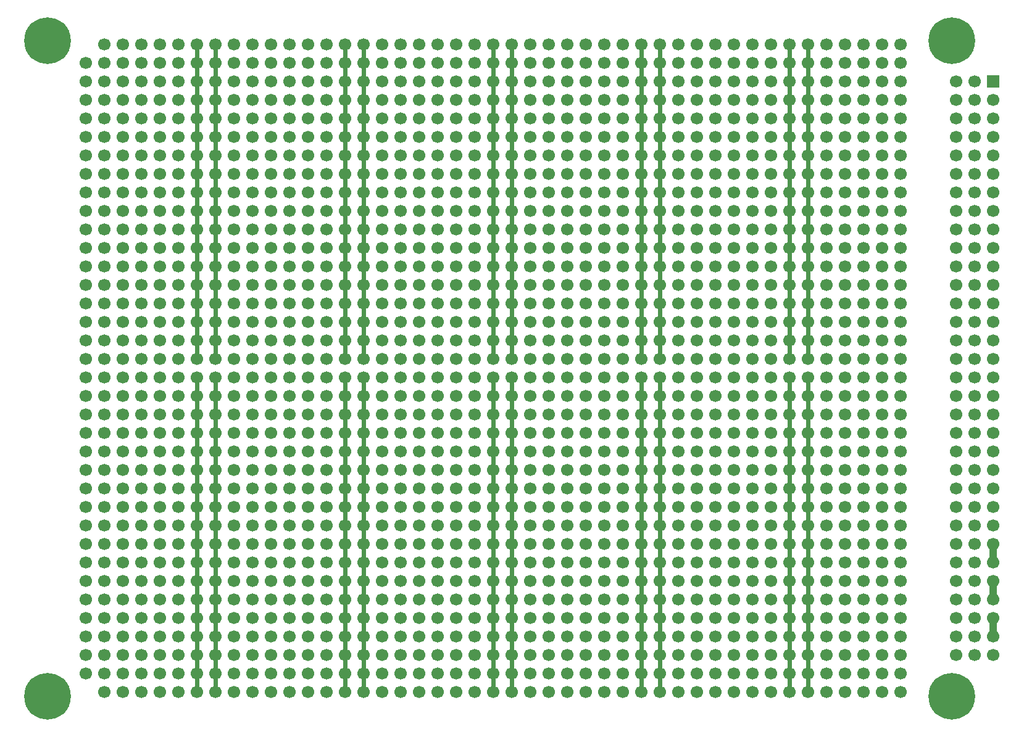
<source format=gbr>
G04 #@! TF.GenerationSoftware,KiCad,Pcbnew,(5.99.0-1588-g7ca069e63)*
G04 #@! TF.CreationDate,2020-05-10T11:49:47-06:00*
G04 #@! TF.ProjectId,module_proto,6d6f6475-6c65-45f7-9072-6f746f2e6b69,rev?*
G04 #@! TF.SameCoordinates,Original*
G04 #@! TF.FileFunction,Copper,L2,Bot*
G04 #@! TF.FilePolarity,Positive*
%FSLAX46Y46*%
G04 Gerber Fmt 4.6, Leading zero omitted, Abs format (unit mm)*
G04 Created by KiCad (PCBNEW (5.99.0-1588-g7ca069e63)) date 2020-05-10 11:49:47*
%MOMM*%
%LPD*%
G01*
G04 APERTURE LIST*
G04 #@! TA.AperFunction,ComponentPad*
%ADD10C,0.800000*%
G04 #@! TD*
G04 #@! TA.AperFunction,ComponentPad*
%ADD11C,6.400000*%
G04 #@! TD*
G04 #@! TA.AperFunction,ComponentPad*
%ADD12C,1.700000*%
G04 #@! TD*
G04 #@! TA.AperFunction,ComponentPad*
%ADD13R,1.700000X1.700000*%
G04 #@! TD*
G04 #@! TA.AperFunction,Conductor*
%ADD14C,1.000000*%
G04 #@! TD*
G04 #@! TA.AperFunction,Conductor*
%ADD15C,0.600000*%
G04 #@! TD*
G04 APERTURE END LIST*
D10*
X240697056Y-123302944D03*
X239000000Y-122600000D03*
X237302944Y-123302944D03*
X236600000Y-125000000D03*
X237302944Y-126697056D03*
X239000000Y-127400000D03*
X240697056Y-126697056D03*
X241400000Y-125000000D03*
D11*
X239000000Y-125000000D03*
X115000000Y-125000000D03*
D10*
X117400000Y-125000000D03*
X116697056Y-126697056D03*
X115000000Y-127400000D03*
X113302944Y-126697056D03*
X112600000Y-125000000D03*
X113302944Y-123302944D03*
X115000000Y-122600000D03*
X116697056Y-123302944D03*
X116697056Y-33302944D03*
X115000000Y-32600000D03*
X113302944Y-33302944D03*
X112600000Y-35000000D03*
X113302944Y-36697056D03*
X115000000Y-37400000D03*
X116697056Y-36697056D03*
X117400000Y-35000000D03*
D11*
X115000000Y-35000000D03*
X239000000Y-35000000D03*
D10*
X241400000Y-35000000D03*
X240697056Y-36697056D03*
X239000000Y-37400000D03*
X237302944Y-36697056D03*
X236600000Y-35000000D03*
X237302944Y-33302944D03*
X239000000Y-32600000D03*
X240697056Y-33302944D03*
D12*
X239620000Y-119370000D03*
X239620000Y-91430000D03*
X239620000Y-68570000D03*
X239620000Y-71110000D03*
X239620000Y-114290000D03*
X239620000Y-109210000D03*
X239620000Y-111750000D03*
X239620000Y-78730000D03*
X239620000Y-81270000D03*
X239620000Y-55870000D03*
X239620000Y-58410000D03*
X239620000Y-60950000D03*
X239620000Y-86350000D03*
X239620000Y-88890000D03*
X239620000Y-99050000D03*
X239620000Y-93970000D03*
X239620000Y-96510000D03*
X239620000Y-63490000D03*
X239620000Y-66030000D03*
X239620000Y-116830000D03*
X239620000Y-83810000D03*
X239620000Y-43170000D03*
X239620000Y-45710000D03*
X239620000Y-48250000D03*
X239620000Y-73650000D03*
X239620000Y-76190000D03*
X239620000Y-40630000D03*
X239620000Y-50790000D03*
X239620000Y-53330000D03*
X239620000Y-106670000D03*
X239620000Y-101590000D03*
X239620000Y-104130000D03*
D13*
X244700000Y-40630000D03*
D12*
X242160000Y-40630000D03*
X244700000Y-43170000D03*
X242160000Y-43170000D03*
X244700000Y-45710000D03*
X242160000Y-45710000D03*
X244700000Y-48250000D03*
X242160000Y-48250000D03*
X244700000Y-50790000D03*
X242160000Y-50790000D03*
X244700000Y-53330000D03*
X242160000Y-53330000D03*
X244700000Y-55870000D03*
X242160000Y-55870000D03*
X244700000Y-58410000D03*
X242160000Y-58410000D03*
X244700000Y-60950000D03*
X242160000Y-60950000D03*
X244700000Y-63490000D03*
X242160000Y-63490000D03*
X244700000Y-66030000D03*
X242160000Y-66030000D03*
X244700000Y-68570000D03*
X242160000Y-68570000D03*
X244700000Y-71110000D03*
X242160000Y-71110000D03*
X244700000Y-73650000D03*
X242160000Y-73650000D03*
X244700000Y-76190000D03*
X242160000Y-76190000D03*
X244700000Y-78730000D03*
X242160000Y-78730000D03*
X244700000Y-81270000D03*
X242160000Y-81270000D03*
X244700000Y-83810000D03*
X242160000Y-83810000D03*
X244700000Y-86350000D03*
X242160000Y-86350000D03*
X244700000Y-88890000D03*
X242160000Y-88890000D03*
X244700000Y-91430000D03*
X242160000Y-91430000D03*
X244700000Y-93970000D03*
X242160000Y-93970000D03*
X244700000Y-96510000D03*
X242160000Y-96510000D03*
X244700000Y-99050000D03*
X242160000Y-99050000D03*
X244700000Y-101590000D03*
X242160000Y-101590000D03*
X244700000Y-104130000D03*
X242160000Y-104130000D03*
X244700000Y-106670000D03*
X242160000Y-106670000D03*
X244700000Y-109210000D03*
X242160000Y-109210000D03*
X244700000Y-111750000D03*
X242160000Y-111750000D03*
X244700000Y-114290000D03*
X242160000Y-114290000D03*
X244700000Y-116830000D03*
X242160000Y-116830000D03*
X244700000Y-119370000D03*
X242160000Y-119370000D03*
X216760000Y-124450000D03*
X196440000Y-124450000D03*
X198980000Y-124450000D03*
X219300000Y-124450000D03*
X178660000Y-124450000D03*
X158340000Y-124450000D03*
X176120000Y-124450000D03*
X135480000Y-124450000D03*
X155800000Y-124450000D03*
X138020000Y-124450000D03*
X219300000Y-121910000D03*
X135480000Y-121910000D03*
X138020000Y-121910000D03*
X198980000Y-121910000D03*
X178660000Y-121910000D03*
X158340000Y-121910000D03*
X196440000Y-121910000D03*
X155800000Y-121910000D03*
X216760000Y-121910000D03*
X176120000Y-121910000D03*
X219300000Y-119370000D03*
X176120000Y-119370000D03*
X196440000Y-119370000D03*
X135480000Y-119370000D03*
X155800000Y-119370000D03*
X158340000Y-119370000D03*
X198980000Y-119370000D03*
X178660000Y-119370000D03*
X138020000Y-119370000D03*
X216760000Y-119370000D03*
X219300000Y-116830000D03*
X138020000Y-116830000D03*
X158340000Y-116830000D03*
X155800000Y-116830000D03*
X178660000Y-116830000D03*
X135480000Y-116830000D03*
X176120000Y-116830000D03*
X196440000Y-116830000D03*
X216760000Y-116830000D03*
X198980000Y-116830000D03*
X176120000Y-114290000D03*
X155800000Y-114290000D03*
X216760000Y-114290000D03*
X178660000Y-114290000D03*
X219300000Y-114290000D03*
X138020000Y-114290000D03*
X135480000Y-114290000D03*
X196440000Y-114290000D03*
X198980000Y-114290000D03*
X158340000Y-114290000D03*
X138020000Y-111750000D03*
X155800000Y-111750000D03*
X176120000Y-111750000D03*
X219300000Y-111750000D03*
X216760000Y-111750000D03*
X135480000Y-111750000D03*
X158340000Y-111750000D03*
X178660000Y-111750000D03*
X196440000Y-111750000D03*
X198980000Y-111750000D03*
X219300000Y-109210000D03*
X135480000Y-109210000D03*
X176120000Y-109210000D03*
X216760000Y-109210000D03*
X138020000Y-109210000D03*
X198980000Y-109210000D03*
X178660000Y-109210000D03*
X196440000Y-109210000D03*
X158340000Y-109210000D03*
X155800000Y-109210000D03*
X155800000Y-106670000D03*
X198980000Y-106670000D03*
X135480000Y-106670000D03*
X216760000Y-106670000D03*
X158340000Y-106670000D03*
X138020000Y-106670000D03*
X196440000Y-106670000D03*
X219300000Y-106670000D03*
X178660000Y-106670000D03*
X176120000Y-106670000D03*
X198980000Y-104130000D03*
X178660000Y-104130000D03*
X135480000Y-104130000D03*
X176120000Y-104130000D03*
X219300000Y-104130000D03*
X196440000Y-104130000D03*
X155800000Y-104130000D03*
X158340000Y-104130000D03*
X138020000Y-104130000D03*
X216760000Y-104130000D03*
X138020000Y-101590000D03*
X176120000Y-101590000D03*
X219300000Y-101590000D03*
X198980000Y-101590000D03*
X158340000Y-101590000D03*
X196440000Y-101590000D03*
X178660000Y-101590000D03*
X216760000Y-101590000D03*
X135480000Y-101590000D03*
X155800000Y-101590000D03*
X216760000Y-99050000D03*
X178660000Y-99050000D03*
X176120000Y-99050000D03*
X135480000Y-99050000D03*
X198980000Y-99050000D03*
X158340000Y-99050000D03*
X138020000Y-99050000D03*
X196440000Y-99050000D03*
X155800000Y-99050000D03*
X219300000Y-99050000D03*
X178660000Y-96510000D03*
X138020000Y-96510000D03*
X216760000Y-96510000D03*
X198980000Y-96510000D03*
X158340000Y-96510000D03*
X155800000Y-96510000D03*
X219300000Y-96510000D03*
X196440000Y-96510000D03*
X135480000Y-96510000D03*
X176120000Y-96510000D03*
X178660000Y-93970000D03*
X158340000Y-93970000D03*
X176120000Y-93970000D03*
X138020000Y-93970000D03*
X219300000Y-93970000D03*
X198980000Y-93970000D03*
X216760000Y-93970000D03*
X135480000Y-93970000D03*
X155800000Y-93970000D03*
X196440000Y-93970000D03*
X158340000Y-91430000D03*
X135480000Y-91430000D03*
X155800000Y-91430000D03*
X138020000Y-91430000D03*
X198980000Y-91430000D03*
X196440000Y-91430000D03*
X176120000Y-91430000D03*
X178660000Y-91430000D03*
X219300000Y-91430000D03*
X216760000Y-91430000D03*
X216760000Y-88890000D03*
X158340000Y-88890000D03*
X138020000Y-88890000D03*
X196440000Y-88890000D03*
X135480000Y-88890000D03*
X176120000Y-88890000D03*
X198980000Y-88890000D03*
X219300000Y-88890000D03*
X178660000Y-88890000D03*
X155800000Y-88890000D03*
X158340000Y-86350000D03*
X138020000Y-86350000D03*
X178660000Y-86350000D03*
X196440000Y-86350000D03*
X219300000Y-86350000D03*
X135480000Y-86350000D03*
X155800000Y-86350000D03*
X198980000Y-86350000D03*
X216760000Y-86350000D03*
X176120000Y-86350000D03*
X219300000Y-83810000D03*
X216760000Y-83810000D03*
X198980000Y-83810000D03*
X196440000Y-83810000D03*
X178660000Y-83810000D03*
X176120000Y-83810000D03*
X158340000Y-83810000D03*
X155800000Y-83810000D03*
X135480000Y-83810000D03*
X138020000Y-83810000D03*
X176120000Y-35550000D03*
X155800000Y-35550000D03*
X178660000Y-35550000D03*
X135480000Y-35550000D03*
X198980000Y-35550000D03*
X138020000Y-35550000D03*
X196440000Y-35550000D03*
X158340000Y-35550000D03*
X176120000Y-38090000D03*
X135480000Y-38090000D03*
X155800000Y-38090000D03*
X158340000Y-38090000D03*
X178660000Y-38090000D03*
X198980000Y-38090000D03*
X138020000Y-38090000D03*
X196440000Y-38090000D03*
X155800000Y-40630000D03*
X196440000Y-40630000D03*
X178660000Y-40630000D03*
X198980000Y-40630000D03*
X158340000Y-40630000D03*
X176120000Y-40630000D03*
X138020000Y-40630000D03*
X135480000Y-40630000D03*
X196440000Y-43170000D03*
X176120000Y-43170000D03*
X178660000Y-43170000D03*
X135480000Y-43170000D03*
X198980000Y-43170000D03*
X138020000Y-43170000D03*
X158340000Y-43170000D03*
X155800000Y-43170000D03*
X155800000Y-45710000D03*
X176120000Y-45710000D03*
X158340000Y-45710000D03*
X198980000Y-45710000D03*
X135480000Y-45710000D03*
X178660000Y-45710000D03*
X196440000Y-45710000D03*
X138020000Y-45710000D03*
X198980000Y-48250000D03*
X158340000Y-48250000D03*
X178660000Y-48250000D03*
X196440000Y-48250000D03*
X135480000Y-48250000D03*
X138020000Y-48250000D03*
X176120000Y-48250000D03*
X155800000Y-48250000D03*
X176120000Y-50790000D03*
X196440000Y-50790000D03*
X178660000Y-50790000D03*
X138020000Y-50790000D03*
X155800000Y-50790000D03*
X135480000Y-50790000D03*
X158340000Y-50790000D03*
X198980000Y-50790000D03*
X135480000Y-53330000D03*
X158340000Y-53330000D03*
X138020000Y-53330000D03*
X176120000Y-53330000D03*
X196440000Y-53330000D03*
X198980000Y-53330000D03*
X178660000Y-53330000D03*
X155800000Y-53330000D03*
X178660000Y-55870000D03*
X198980000Y-55870000D03*
X138020000Y-55870000D03*
X158340000Y-55870000D03*
X196440000Y-55870000D03*
X176120000Y-55870000D03*
X135480000Y-55870000D03*
X155800000Y-55870000D03*
X178660000Y-58410000D03*
X196440000Y-58410000D03*
X155800000Y-58410000D03*
X176120000Y-58410000D03*
X138020000Y-58410000D03*
X158340000Y-58410000D03*
X135480000Y-58410000D03*
X198980000Y-58410000D03*
X196440000Y-60950000D03*
X135480000Y-60950000D03*
X176120000Y-60950000D03*
X198980000Y-60950000D03*
X138020000Y-60950000D03*
X178660000Y-60950000D03*
X155800000Y-60950000D03*
X158340000Y-60950000D03*
X178660000Y-63490000D03*
X158340000Y-63490000D03*
X135480000Y-63490000D03*
X155800000Y-63490000D03*
X176120000Y-63490000D03*
X138020000Y-63490000D03*
X198980000Y-63490000D03*
X196440000Y-63490000D03*
X155800000Y-66030000D03*
X198980000Y-66030000D03*
X178660000Y-66030000D03*
X135480000Y-66030000D03*
X138020000Y-66030000D03*
X196440000Y-66030000D03*
X158340000Y-66030000D03*
X176120000Y-66030000D03*
X135480000Y-68570000D03*
X196440000Y-68570000D03*
X155800000Y-68570000D03*
X176120000Y-68570000D03*
X138020000Y-68570000D03*
X158340000Y-68570000D03*
X178660000Y-68570000D03*
X198980000Y-68570000D03*
X158340000Y-71110000D03*
X196440000Y-71110000D03*
X176120000Y-71110000D03*
X138020000Y-71110000D03*
X155800000Y-71110000D03*
X198980000Y-71110000D03*
X135480000Y-71110000D03*
X178660000Y-71110000D03*
X155800000Y-73650000D03*
X158340000Y-73650000D03*
X198980000Y-73650000D03*
X135480000Y-73650000D03*
X138020000Y-73650000D03*
X196440000Y-73650000D03*
X178660000Y-73650000D03*
X176120000Y-73650000D03*
X198980000Y-76190000D03*
X196440000Y-76190000D03*
X178660000Y-76190000D03*
X176120000Y-76190000D03*
X158340000Y-76190000D03*
X155800000Y-76190000D03*
X135480000Y-76190000D03*
X138020000Y-76190000D03*
X216760000Y-35550000D03*
X216760000Y-38090000D03*
X216760000Y-55870000D03*
X216760000Y-48250000D03*
X216760000Y-50790000D03*
X216760000Y-58410000D03*
X216760000Y-45710000D03*
X216760000Y-53330000D03*
X216760000Y-43170000D03*
X216760000Y-40630000D03*
X216760000Y-66030000D03*
X216760000Y-60950000D03*
X216760000Y-68570000D03*
X216760000Y-63490000D03*
X216760000Y-71110000D03*
X216760000Y-73650000D03*
X216760000Y-76190000D03*
X219300000Y-38090000D03*
X219300000Y-35550000D03*
X219300000Y-43170000D03*
X219300000Y-45710000D03*
X219300000Y-58410000D03*
X219300000Y-40630000D03*
X219300000Y-48250000D03*
X219300000Y-50790000D03*
X219300000Y-55870000D03*
X219300000Y-53330000D03*
X219300000Y-68570000D03*
X219300000Y-60950000D03*
X219300000Y-66030000D03*
X219300000Y-63490000D03*
X219300000Y-73650000D03*
X219300000Y-71110000D03*
X219300000Y-76190000D03*
X120240000Y-88890000D03*
X120240000Y-40630000D03*
X120240000Y-78730000D03*
X122780000Y-83810000D03*
X120240000Y-60950000D03*
X122780000Y-40630000D03*
X122780000Y-58410000D03*
X122780000Y-45710000D03*
X122780000Y-35550000D03*
X122780000Y-66030000D03*
X120240000Y-101590000D03*
X120240000Y-58410000D03*
X122780000Y-55870000D03*
X120240000Y-99050000D03*
X122780000Y-101590000D03*
X122780000Y-106670000D03*
X120240000Y-116830000D03*
X122780000Y-78730000D03*
X120240000Y-66030000D03*
X122780000Y-48250000D03*
X120240000Y-81270000D03*
X122780000Y-53330000D03*
X122780000Y-71110000D03*
X122780000Y-50790000D03*
X120240000Y-111750000D03*
X120240000Y-55870000D03*
X122780000Y-68570000D03*
X122780000Y-119370000D03*
X120240000Y-43170000D03*
X120240000Y-48250000D03*
X122780000Y-116830000D03*
X122780000Y-38090000D03*
X122780000Y-96510000D03*
X120240000Y-53330000D03*
X120240000Y-86350000D03*
X120240000Y-104130000D03*
X120240000Y-68570000D03*
X120240000Y-96510000D03*
X120240000Y-38090000D03*
X120240000Y-83810000D03*
X120240000Y-93970000D03*
X122780000Y-121910000D03*
X122780000Y-91430000D03*
X122780000Y-86350000D03*
X120240000Y-114290000D03*
X120240000Y-63490000D03*
X120240000Y-91430000D03*
X120240000Y-50790000D03*
X122780000Y-109210000D03*
X122780000Y-76190000D03*
X120240000Y-106670000D03*
X122780000Y-124450000D03*
X122780000Y-43170000D03*
X120240000Y-76190000D03*
X122780000Y-104130000D03*
X122780000Y-60950000D03*
X122780000Y-88890000D03*
X122780000Y-73650000D03*
X120240000Y-109210000D03*
X122780000Y-93970000D03*
X122780000Y-114290000D03*
X120240000Y-121910000D03*
X122780000Y-81270000D03*
X120240000Y-73650000D03*
X122780000Y-111750000D03*
X122780000Y-63490000D03*
X120240000Y-45710000D03*
X120240000Y-71110000D03*
X120240000Y-119370000D03*
X122780000Y-99050000D03*
X125320000Y-53330000D03*
X125320000Y-86350000D03*
X125320000Y-104130000D03*
X125320000Y-68570000D03*
X125320000Y-96510000D03*
X125320000Y-38090000D03*
X125320000Y-83810000D03*
X125320000Y-93970000D03*
X127860000Y-121910000D03*
X127860000Y-91430000D03*
X127860000Y-86350000D03*
X125320000Y-114290000D03*
X125320000Y-63490000D03*
X125320000Y-91430000D03*
X125320000Y-50790000D03*
X127860000Y-109210000D03*
X127860000Y-76190000D03*
X125320000Y-106670000D03*
X127860000Y-124450000D03*
X127860000Y-43170000D03*
X125320000Y-76190000D03*
X127860000Y-104130000D03*
X127860000Y-60950000D03*
X127860000Y-88890000D03*
X127860000Y-73650000D03*
X125320000Y-109210000D03*
X127860000Y-93970000D03*
X127860000Y-114290000D03*
X125320000Y-121910000D03*
X127860000Y-81270000D03*
X125320000Y-73650000D03*
X130400000Y-53330000D03*
X130400000Y-86350000D03*
X127860000Y-111750000D03*
X127860000Y-63490000D03*
X130400000Y-104130000D03*
X125320000Y-45710000D03*
X130400000Y-68570000D03*
X125320000Y-71110000D03*
X125320000Y-124450000D03*
X125320000Y-119370000D03*
X130400000Y-96510000D03*
X130400000Y-38090000D03*
X127860000Y-55870000D03*
X125320000Y-99050000D03*
X130400000Y-111750000D03*
X130400000Y-83810000D03*
X127860000Y-101590000D03*
X127860000Y-106670000D03*
X125320000Y-116830000D03*
X127860000Y-78730000D03*
X130400000Y-93970000D03*
X125320000Y-66030000D03*
X127860000Y-48250000D03*
X125320000Y-81270000D03*
X127860000Y-53330000D03*
X132940000Y-121910000D03*
X132940000Y-91430000D03*
X127860000Y-71110000D03*
X132940000Y-86350000D03*
X132940000Y-99050000D03*
X130400000Y-50790000D03*
X132940000Y-109210000D03*
X132940000Y-76190000D03*
X130400000Y-106670000D03*
X132940000Y-124450000D03*
X132940000Y-43170000D03*
X130400000Y-76190000D03*
X132940000Y-104130000D03*
X132940000Y-60950000D03*
X132940000Y-88890000D03*
X132940000Y-73650000D03*
X130400000Y-109210000D03*
X132940000Y-93970000D03*
X132940000Y-114290000D03*
X130400000Y-121910000D03*
X127860000Y-50790000D03*
X130400000Y-101590000D03*
X130400000Y-58410000D03*
X132940000Y-81270000D03*
X130400000Y-73650000D03*
X130400000Y-66030000D03*
X132940000Y-48250000D03*
X130400000Y-81270000D03*
X132940000Y-53330000D03*
X125320000Y-111750000D03*
X132940000Y-106670000D03*
X130400000Y-116830000D03*
X130400000Y-119370000D03*
X132940000Y-68570000D03*
X132940000Y-119370000D03*
X132940000Y-55870000D03*
X130400000Y-99050000D03*
X130400000Y-78730000D03*
X132940000Y-101590000D03*
X130400000Y-71110000D03*
X125320000Y-35550000D03*
X130400000Y-124450000D03*
X125320000Y-55870000D03*
X127860000Y-68570000D03*
X127860000Y-119370000D03*
X125320000Y-43170000D03*
X125320000Y-48250000D03*
X130400000Y-43170000D03*
X130400000Y-48250000D03*
X130400000Y-45710000D03*
X132940000Y-50790000D03*
X132940000Y-78730000D03*
X132940000Y-58410000D03*
X125320000Y-88890000D03*
X130400000Y-40630000D03*
X132940000Y-63490000D03*
X125320000Y-40630000D03*
X125320000Y-78730000D03*
X127860000Y-83810000D03*
X130400000Y-55870000D03*
X125320000Y-60950000D03*
X130400000Y-35550000D03*
X127860000Y-40630000D03*
X130400000Y-88890000D03*
X130400000Y-60950000D03*
X132940000Y-83810000D03*
X127860000Y-58410000D03*
X132940000Y-40630000D03*
X127860000Y-45710000D03*
X127860000Y-35550000D03*
X132940000Y-71110000D03*
X132940000Y-116830000D03*
X132940000Y-96510000D03*
X132940000Y-66030000D03*
X127860000Y-116830000D03*
X132940000Y-111750000D03*
X127860000Y-38090000D03*
X132940000Y-38090000D03*
X127860000Y-99050000D03*
X125320000Y-101590000D03*
X125320000Y-58410000D03*
X132940000Y-35550000D03*
X127860000Y-66030000D03*
X132940000Y-45710000D03*
X127860000Y-96510000D03*
X130400000Y-114290000D03*
X130400000Y-63490000D03*
X130400000Y-91430000D03*
X138020000Y-78730000D03*
X138020000Y-81270000D03*
X135480000Y-78730000D03*
X140560000Y-53330000D03*
X140560000Y-86350000D03*
X140560000Y-104130000D03*
X140560000Y-68570000D03*
X140560000Y-96510000D03*
X140560000Y-38090000D03*
X140560000Y-111750000D03*
X140560000Y-83810000D03*
X140560000Y-93970000D03*
X135480000Y-81270000D03*
X143100000Y-121910000D03*
X143100000Y-91430000D03*
X143100000Y-86350000D03*
X143100000Y-99050000D03*
X140560000Y-50790000D03*
X143100000Y-109210000D03*
X143100000Y-76190000D03*
X140560000Y-106670000D03*
X143100000Y-124450000D03*
X143100000Y-43170000D03*
X140560000Y-76190000D03*
X143100000Y-104130000D03*
X143100000Y-60950000D03*
X143100000Y-88890000D03*
X143100000Y-73650000D03*
X140560000Y-109210000D03*
X143100000Y-93970000D03*
X143100000Y-114290000D03*
X140560000Y-121910000D03*
X140560000Y-101590000D03*
X140560000Y-58410000D03*
X143100000Y-81270000D03*
X140560000Y-73650000D03*
X140560000Y-66030000D03*
X143100000Y-48250000D03*
X140560000Y-81270000D03*
X143100000Y-53330000D03*
X143100000Y-106670000D03*
X140560000Y-116830000D03*
X140560000Y-119370000D03*
X143100000Y-68570000D03*
X143100000Y-119370000D03*
X143100000Y-55870000D03*
X140560000Y-99050000D03*
X140560000Y-78730000D03*
X143100000Y-101590000D03*
X140560000Y-71110000D03*
X140560000Y-124450000D03*
X140560000Y-43170000D03*
X140560000Y-48250000D03*
X140560000Y-45710000D03*
X143100000Y-50790000D03*
X143100000Y-78730000D03*
X143100000Y-58410000D03*
X140560000Y-40630000D03*
X143100000Y-63490000D03*
X140560000Y-55870000D03*
X140560000Y-35550000D03*
X140560000Y-88890000D03*
X140560000Y-60950000D03*
X143100000Y-83810000D03*
X143100000Y-40630000D03*
X143100000Y-71110000D03*
X143100000Y-116830000D03*
X143100000Y-96510000D03*
X143100000Y-66030000D03*
X143100000Y-111750000D03*
X143100000Y-38090000D03*
X145640000Y-53330000D03*
X145640000Y-86350000D03*
X145640000Y-104130000D03*
X145640000Y-68570000D03*
X145640000Y-96510000D03*
X145640000Y-38090000D03*
X145640000Y-83810000D03*
X145640000Y-93970000D03*
X148180000Y-121910000D03*
X148180000Y-91430000D03*
X148180000Y-86350000D03*
X145640000Y-114290000D03*
X145640000Y-63490000D03*
X145640000Y-91430000D03*
X148180000Y-99050000D03*
X145640000Y-50790000D03*
X148180000Y-109210000D03*
X148180000Y-76190000D03*
X145640000Y-106670000D03*
X148180000Y-124450000D03*
X148180000Y-43170000D03*
X145640000Y-76190000D03*
X148180000Y-104130000D03*
X148180000Y-60950000D03*
X148180000Y-88890000D03*
X148180000Y-73650000D03*
X145640000Y-109210000D03*
X148180000Y-93970000D03*
X148180000Y-114290000D03*
X145640000Y-121910000D03*
X145640000Y-101590000D03*
X145640000Y-58410000D03*
X148180000Y-81270000D03*
X145640000Y-73650000D03*
X150720000Y-53330000D03*
X150720000Y-86350000D03*
X148180000Y-111750000D03*
X148180000Y-63490000D03*
X150720000Y-104130000D03*
X145640000Y-45710000D03*
X150720000Y-68570000D03*
X145640000Y-71110000D03*
X145640000Y-124450000D03*
X145640000Y-119370000D03*
X150720000Y-96510000D03*
X150720000Y-38090000D03*
X148180000Y-55870000D03*
X145640000Y-99050000D03*
X150720000Y-111750000D03*
X150720000Y-83810000D03*
X148180000Y-101590000D03*
X148180000Y-106670000D03*
X145640000Y-116830000D03*
X148180000Y-78730000D03*
X143100000Y-35550000D03*
X145640000Y-111750000D03*
X145640000Y-55870000D03*
X148180000Y-71110000D03*
X148180000Y-53330000D03*
X145640000Y-81270000D03*
X150720000Y-114290000D03*
X150720000Y-93970000D03*
X145640000Y-66030000D03*
X148180000Y-48250000D03*
X148180000Y-68570000D03*
X148180000Y-66030000D03*
X145640000Y-48250000D03*
X148180000Y-35550000D03*
X148180000Y-40630000D03*
X150720000Y-106670000D03*
X148180000Y-50790000D03*
X145640000Y-43170000D03*
X145640000Y-60950000D03*
X145640000Y-88890000D03*
X150720000Y-50790000D03*
X148180000Y-45710000D03*
X150720000Y-45710000D03*
X150720000Y-91430000D03*
X145640000Y-40630000D03*
X150720000Y-71110000D03*
X148180000Y-38090000D03*
X150720000Y-109210000D03*
X143100000Y-45710000D03*
X150720000Y-55870000D03*
X150720000Y-121910000D03*
X150720000Y-101590000D03*
X150720000Y-40630000D03*
X150720000Y-76190000D03*
X150720000Y-48250000D03*
X150720000Y-73650000D03*
X150720000Y-63490000D03*
X150720000Y-58410000D03*
X148180000Y-96510000D03*
X150720000Y-60950000D03*
X150720000Y-116830000D03*
X148180000Y-83810000D03*
X150720000Y-35550000D03*
X150720000Y-88890000D03*
X150720000Y-43170000D03*
X150720000Y-66030000D03*
X150720000Y-124450000D03*
X148180000Y-58410000D03*
X148180000Y-116830000D03*
X148180000Y-119370000D03*
X150720000Y-119370000D03*
X150720000Y-99050000D03*
X145640000Y-35550000D03*
X145640000Y-78730000D03*
X150720000Y-78730000D03*
X150720000Y-81270000D03*
X140560000Y-114290000D03*
X140560000Y-63490000D03*
X140560000Y-91430000D03*
X153260000Y-53330000D03*
X153260000Y-86350000D03*
X153260000Y-104130000D03*
X153260000Y-68570000D03*
X153260000Y-96510000D03*
X153260000Y-38090000D03*
X153260000Y-83810000D03*
X153260000Y-93970000D03*
X153260000Y-114290000D03*
X153260000Y-63490000D03*
X153260000Y-91430000D03*
X153260000Y-50790000D03*
X155800000Y-78730000D03*
X153260000Y-106670000D03*
X153260000Y-76190000D03*
X153260000Y-109210000D03*
X153260000Y-121910000D03*
X155800000Y-81270000D03*
X153260000Y-73650000D03*
X153260000Y-45710000D03*
X153260000Y-71110000D03*
X153260000Y-124450000D03*
X153260000Y-119370000D03*
X153260000Y-99050000D03*
X153260000Y-116830000D03*
X153260000Y-66030000D03*
X153260000Y-81270000D03*
X160880000Y-121910000D03*
X160880000Y-91430000D03*
X160880000Y-86350000D03*
X160880000Y-99050000D03*
X160880000Y-109210000D03*
X160880000Y-76190000D03*
X160880000Y-124450000D03*
X160880000Y-43170000D03*
X158340000Y-78730000D03*
X160880000Y-104130000D03*
X160880000Y-60950000D03*
X160880000Y-88890000D03*
X160880000Y-73650000D03*
X160880000Y-93970000D03*
X160880000Y-114290000D03*
X160880000Y-81270000D03*
X160880000Y-48250000D03*
X158340000Y-81270000D03*
X160880000Y-53330000D03*
X153260000Y-111750000D03*
X160880000Y-106670000D03*
X160880000Y-68570000D03*
X160880000Y-119370000D03*
X160880000Y-55870000D03*
X160880000Y-101590000D03*
X153260000Y-35550000D03*
X153260000Y-55870000D03*
X153260000Y-43170000D03*
X153260000Y-48250000D03*
X160880000Y-50790000D03*
X160880000Y-78730000D03*
X160880000Y-58410000D03*
X153260000Y-88890000D03*
X160880000Y-63490000D03*
X153260000Y-40630000D03*
X153260000Y-78730000D03*
X153260000Y-60950000D03*
X160880000Y-83810000D03*
X160880000Y-40630000D03*
X160880000Y-71110000D03*
X160880000Y-116830000D03*
X160880000Y-96510000D03*
X160880000Y-66030000D03*
X160880000Y-111750000D03*
X160880000Y-38090000D03*
X163420000Y-53330000D03*
X163420000Y-86350000D03*
X163420000Y-104130000D03*
X163420000Y-68570000D03*
X163420000Y-96510000D03*
X163420000Y-38090000D03*
X163420000Y-83810000D03*
X163420000Y-93970000D03*
X165960000Y-121910000D03*
X165960000Y-91430000D03*
X165960000Y-86350000D03*
X163420000Y-114290000D03*
X163420000Y-63490000D03*
X163420000Y-91430000D03*
X165960000Y-99050000D03*
X163420000Y-50790000D03*
X165960000Y-109210000D03*
X165960000Y-76190000D03*
X163420000Y-106670000D03*
X165960000Y-124450000D03*
X165960000Y-43170000D03*
X163420000Y-76190000D03*
X165960000Y-104130000D03*
X165960000Y-60950000D03*
X165960000Y-88890000D03*
X165960000Y-73650000D03*
X163420000Y-109210000D03*
X165960000Y-93970000D03*
X165960000Y-114290000D03*
X163420000Y-121910000D03*
X163420000Y-101590000D03*
X163420000Y-58410000D03*
X165960000Y-81270000D03*
X163420000Y-73650000D03*
X168500000Y-53330000D03*
X168500000Y-86350000D03*
X165960000Y-111750000D03*
X165960000Y-63490000D03*
X168500000Y-104130000D03*
X163420000Y-45710000D03*
X168500000Y-68570000D03*
X163420000Y-71110000D03*
X163420000Y-124450000D03*
X163420000Y-119370000D03*
X168500000Y-96510000D03*
X168500000Y-38090000D03*
X165960000Y-55870000D03*
X163420000Y-99050000D03*
X168500000Y-111750000D03*
X168500000Y-83810000D03*
X165960000Y-101590000D03*
X165960000Y-106670000D03*
X163420000Y-116830000D03*
X165960000Y-78730000D03*
X173580000Y-53330000D03*
X173580000Y-86350000D03*
X173580000Y-104130000D03*
X173580000Y-68570000D03*
X173580000Y-96510000D03*
X173580000Y-38090000D03*
X173580000Y-83810000D03*
X173580000Y-93970000D03*
X173580000Y-114290000D03*
X173580000Y-63490000D03*
X173580000Y-91430000D03*
X153260000Y-101590000D03*
X153260000Y-58410000D03*
X173580000Y-50790000D03*
X173580000Y-106670000D03*
X173580000Y-76190000D03*
X173580000Y-109210000D03*
X173580000Y-121910000D03*
X173580000Y-101590000D03*
X173580000Y-58410000D03*
X176120000Y-81270000D03*
X173580000Y-73650000D03*
X173580000Y-45710000D03*
X173580000Y-71110000D03*
X173580000Y-124450000D03*
X173580000Y-119370000D03*
X173580000Y-99050000D03*
X173580000Y-116830000D03*
X176120000Y-78730000D03*
X173580000Y-66030000D03*
X173580000Y-81270000D03*
X181200000Y-121910000D03*
X181200000Y-91430000D03*
X181200000Y-86350000D03*
X181200000Y-99050000D03*
X181200000Y-109210000D03*
X181200000Y-76190000D03*
X181200000Y-124450000D03*
X181200000Y-43170000D03*
X181200000Y-104130000D03*
X181200000Y-60950000D03*
X181200000Y-88890000D03*
X181200000Y-73650000D03*
X181200000Y-93970000D03*
X181200000Y-114290000D03*
X181200000Y-81270000D03*
X181200000Y-48250000D03*
X178660000Y-81270000D03*
X181200000Y-53330000D03*
X173580000Y-111750000D03*
X181200000Y-106670000D03*
X181200000Y-68570000D03*
X181200000Y-119370000D03*
X181200000Y-55870000D03*
X178660000Y-78730000D03*
X181200000Y-101590000D03*
X173580000Y-35550000D03*
X173580000Y-55870000D03*
X173580000Y-43170000D03*
X173580000Y-48250000D03*
X181200000Y-50790000D03*
X181200000Y-78730000D03*
X181200000Y-58410000D03*
X173580000Y-88890000D03*
X181200000Y-63490000D03*
X173580000Y-40630000D03*
X173580000Y-78730000D03*
X173580000Y-60950000D03*
X181200000Y-83810000D03*
X181200000Y-40630000D03*
X181200000Y-71110000D03*
X181200000Y-116830000D03*
X181200000Y-96510000D03*
X181200000Y-66030000D03*
X181200000Y-111750000D03*
X181200000Y-38090000D03*
X183740000Y-53330000D03*
X183740000Y-86350000D03*
X183740000Y-104130000D03*
X183740000Y-68570000D03*
X183740000Y-96510000D03*
X183740000Y-38090000D03*
X183740000Y-83810000D03*
X183740000Y-93970000D03*
X186280000Y-121910000D03*
X186280000Y-91430000D03*
X186280000Y-86350000D03*
X183740000Y-114290000D03*
X183740000Y-63490000D03*
X183740000Y-91430000D03*
X186280000Y-99050000D03*
X183740000Y-50790000D03*
X186280000Y-109210000D03*
X186280000Y-76190000D03*
X183740000Y-106670000D03*
X186280000Y-124450000D03*
X186280000Y-43170000D03*
X183740000Y-76190000D03*
X186280000Y-104130000D03*
X186280000Y-60950000D03*
X186280000Y-88890000D03*
X186280000Y-73650000D03*
X183740000Y-109210000D03*
X186280000Y-93970000D03*
X186280000Y-114290000D03*
X183740000Y-121910000D03*
X183740000Y-101590000D03*
X183740000Y-58410000D03*
X186280000Y-81270000D03*
X183740000Y-73650000D03*
X171040000Y-99050000D03*
X160880000Y-35550000D03*
X163420000Y-111750000D03*
X171040000Y-58410000D03*
X163420000Y-55870000D03*
X165960000Y-71110000D03*
X165960000Y-53330000D03*
X171040000Y-121910000D03*
X163420000Y-81270000D03*
X171040000Y-86350000D03*
X168500000Y-114290000D03*
X168500000Y-93970000D03*
X163420000Y-66030000D03*
X165960000Y-48250000D03*
X171040000Y-63490000D03*
X171040000Y-50790000D03*
X171040000Y-91430000D03*
X171040000Y-38090000D03*
X165960000Y-68570000D03*
X188820000Y-53330000D03*
X188820000Y-86350000D03*
X186280000Y-111750000D03*
X186280000Y-63490000D03*
X188820000Y-104130000D03*
X183740000Y-45710000D03*
X188820000Y-68570000D03*
X183740000Y-71110000D03*
X183740000Y-124450000D03*
X183740000Y-119370000D03*
X188820000Y-96510000D03*
X188820000Y-38090000D03*
X186280000Y-55870000D03*
X183740000Y-99050000D03*
X188820000Y-111750000D03*
X188820000Y-83810000D03*
X186280000Y-101590000D03*
X186280000Y-106670000D03*
X183740000Y-116830000D03*
X186280000Y-78730000D03*
X188820000Y-93970000D03*
X183740000Y-66030000D03*
X186280000Y-48250000D03*
X183740000Y-81270000D03*
X186280000Y-53330000D03*
X191360000Y-121910000D03*
X191360000Y-91430000D03*
X186280000Y-71110000D03*
X191360000Y-86350000D03*
X188820000Y-114290000D03*
X188820000Y-63490000D03*
X188820000Y-91430000D03*
X191360000Y-99050000D03*
X188820000Y-50790000D03*
X191360000Y-109210000D03*
X191360000Y-76190000D03*
X188820000Y-106670000D03*
X191360000Y-124450000D03*
X165960000Y-66030000D03*
X191360000Y-43170000D03*
X188820000Y-76190000D03*
X191360000Y-104130000D03*
X191360000Y-60950000D03*
X191360000Y-88890000D03*
X191360000Y-73650000D03*
X163420000Y-48250000D03*
X188820000Y-109210000D03*
X191360000Y-93970000D03*
X191360000Y-114290000D03*
X188820000Y-121910000D03*
X186280000Y-50790000D03*
X188820000Y-101590000D03*
X188820000Y-58410000D03*
X191360000Y-81270000D03*
X188820000Y-73650000D03*
X188820000Y-66030000D03*
X171040000Y-73650000D03*
X191360000Y-48250000D03*
X188820000Y-81270000D03*
X191360000Y-53330000D03*
X171040000Y-119370000D03*
X183740000Y-111750000D03*
X191360000Y-106670000D03*
X188820000Y-116830000D03*
X188820000Y-119370000D03*
X191360000Y-68570000D03*
X165960000Y-35550000D03*
X191360000Y-119370000D03*
X191360000Y-55870000D03*
X188820000Y-99050000D03*
X188820000Y-78730000D03*
X191360000Y-101590000D03*
X165960000Y-40630000D03*
X188820000Y-71110000D03*
X183740000Y-35550000D03*
X168500000Y-106670000D03*
X188820000Y-124450000D03*
X183740000Y-55870000D03*
X186280000Y-68570000D03*
X186280000Y-119370000D03*
X183740000Y-43170000D03*
X183740000Y-48250000D03*
X188820000Y-43170000D03*
X188820000Y-48250000D03*
X188820000Y-45710000D03*
X191360000Y-50790000D03*
X191360000Y-78730000D03*
X191360000Y-58410000D03*
X165960000Y-50790000D03*
X183740000Y-88890000D03*
X188820000Y-40630000D03*
X191360000Y-63490000D03*
X183740000Y-40630000D03*
X183740000Y-78730000D03*
X186280000Y-83810000D03*
X188820000Y-55870000D03*
X163420000Y-43170000D03*
X183740000Y-60950000D03*
X188820000Y-35550000D03*
X163420000Y-60950000D03*
X163420000Y-88890000D03*
X186280000Y-40630000D03*
X181200000Y-45710000D03*
X181200000Y-35550000D03*
X188820000Y-88890000D03*
X171040000Y-106670000D03*
X171040000Y-76190000D03*
X168500000Y-50790000D03*
X171040000Y-93970000D03*
X165960000Y-45710000D03*
X171040000Y-40630000D03*
X168500000Y-45710000D03*
X188820000Y-60950000D03*
X191360000Y-83810000D03*
X186280000Y-58410000D03*
X168500000Y-91430000D03*
X163420000Y-40630000D03*
X168500000Y-71110000D03*
X191360000Y-40630000D03*
X171040000Y-71110000D03*
X165960000Y-38090000D03*
X168500000Y-109210000D03*
X160880000Y-45710000D03*
X171040000Y-101590000D03*
X168500000Y-55870000D03*
X171040000Y-114290000D03*
X168500000Y-121910000D03*
X168500000Y-101590000D03*
X171040000Y-60950000D03*
X168500000Y-40630000D03*
X168500000Y-76190000D03*
X168500000Y-48250000D03*
X168500000Y-73650000D03*
X171040000Y-43170000D03*
X171040000Y-124450000D03*
X168500000Y-63490000D03*
X186280000Y-45710000D03*
X168500000Y-58410000D03*
X165960000Y-96510000D03*
X168500000Y-60950000D03*
X171040000Y-104130000D03*
X186280000Y-35550000D03*
X168500000Y-116830000D03*
X165960000Y-83810000D03*
X171040000Y-109210000D03*
X191360000Y-71110000D03*
X191360000Y-116830000D03*
X191360000Y-96510000D03*
X191360000Y-66030000D03*
X168500000Y-35550000D03*
X171040000Y-35550000D03*
X186280000Y-116830000D03*
X171040000Y-83810000D03*
X191360000Y-111750000D03*
X168500000Y-88890000D03*
X171040000Y-78730000D03*
X171040000Y-55870000D03*
X171040000Y-81270000D03*
X171040000Y-66030000D03*
X171040000Y-68570000D03*
X191360000Y-45710000D03*
X191360000Y-35550000D03*
X168500000Y-43170000D03*
X171040000Y-53330000D03*
X168500000Y-66030000D03*
X171040000Y-116830000D03*
X171040000Y-48250000D03*
X168500000Y-124450000D03*
X165960000Y-58410000D03*
X165960000Y-116830000D03*
X186280000Y-66030000D03*
X165960000Y-119370000D03*
X171040000Y-111750000D03*
X186280000Y-96510000D03*
X168500000Y-119370000D03*
X171040000Y-96510000D03*
X186280000Y-38090000D03*
X191360000Y-38090000D03*
X168500000Y-99050000D03*
X171040000Y-88890000D03*
X163420000Y-35550000D03*
X163420000Y-78730000D03*
X168500000Y-78730000D03*
X171040000Y-45710000D03*
X168500000Y-81270000D03*
X193900000Y-53330000D03*
X193900000Y-86350000D03*
X193900000Y-104130000D03*
X193900000Y-68570000D03*
X193900000Y-96510000D03*
X193900000Y-38090000D03*
X193900000Y-83810000D03*
X193900000Y-93970000D03*
X193900000Y-114290000D03*
X193900000Y-63490000D03*
X193900000Y-91430000D03*
X193900000Y-50790000D03*
X193900000Y-106670000D03*
X193900000Y-76190000D03*
X193900000Y-109210000D03*
X193900000Y-121910000D03*
X193900000Y-101590000D03*
X193900000Y-58410000D03*
X196440000Y-81270000D03*
X193900000Y-73650000D03*
X193900000Y-45710000D03*
X193900000Y-71110000D03*
X193900000Y-124450000D03*
X193900000Y-119370000D03*
X193900000Y-99050000D03*
X193900000Y-116830000D03*
X196440000Y-78730000D03*
X193900000Y-66030000D03*
X193900000Y-81270000D03*
X201520000Y-121910000D03*
X201520000Y-91430000D03*
X201520000Y-86350000D03*
X201520000Y-99050000D03*
X201520000Y-109210000D03*
X201520000Y-76190000D03*
X201520000Y-124450000D03*
X201520000Y-43170000D03*
X201520000Y-104130000D03*
X201520000Y-60950000D03*
X201520000Y-88890000D03*
X201520000Y-73650000D03*
X201520000Y-93970000D03*
X201520000Y-114290000D03*
X201520000Y-81270000D03*
X201520000Y-48250000D03*
X198980000Y-81270000D03*
X201520000Y-53330000D03*
X193900000Y-111750000D03*
X201520000Y-106670000D03*
X201520000Y-68570000D03*
X201520000Y-119370000D03*
X201520000Y-55870000D03*
X198980000Y-78730000D03*
X201520000Y-101590000D03*
X193900000Y-35550000D03*
X193900000Y-55870000D03*
X193900000Y-43170000D03*
X193900000Y-48250000D03*
X201520000Y-50790000D03*
X201520000Y-78730000D03*
X201520000Y-58410000D03*
X193900000Y-88890000D03*
X201520000Y-63490000D03*
X193900000Y-40630000D03*
X193900000Y-78730000D03*
X193900000Y-60950000D03*
X201520000Y-83810000D03*
X201520000Y-40630000D03*
X201520000Y-71110000D03*
X201520000Y-116830000D03*
X201520000Y-96510000D03*
X201520000Y-66030000D03*
X201520000Y-111750000D03*
X201520000Y-38090000D03*
X204060000Y-53330000D03*
X204060000Y-86350000D03*
X204060000Y-104130000D03*
X204060000Y-68570000D03*
X204060000Y-96510000D03*
X204060000Y-38090000D03*
X204060000Y-83810000D03*
X204060000Y-93970000D03*
X206600000Y-121910000D03*
X206600000Y-91430000D03*
X206600000Y-86350000D03*
X204060000Y-114290000D03*
X204060000Y-63490000D03*
X204060000Y-91430000D03*
X206600000Y-99050000D03*
X204060000Y-50790000D03*
X206600000Y-109210000D03*
X206600000Y-76190000D03*
X204060000Y-106670000D03*
X206600000Y-124450000D03*
X206600000Y-43170000D03*
X204060000Y-76190000D03*
X206600000Y-104130000D03*
X206600000Y-60950000D03*
X206600000Y-88890000D03*
X206600000Y-73650000D03*
X204060000Y-109210000D03*
X206600000Y-93970000D03*
X206600000Y-114290000D03*
X204060000Y-121910000D03*
X204060000Y-101590000D03*
X204060000Y-58410000D03*
X206600000Y-81270000D03*
X204060000Y-73650000D03*
X209140000Y-53330000D03*
X209140000Y-86350000D03*
X206600000Y-111750000D03*
X206600000Y-63490000D03*
X209140000Y-104130000D03*
X204060000Y-45710000D03*
X209140000Y-68570000D03*
X204060000Y-71110000D03*
X204060000Y-124450000D03*
X204060000Y-119370000D03*
X209140000Y-96510000D03*
X209140000Y-38090000D03*
X206600000Y-55870000D03*
X204060000Y-99050000D03*
X209140000Y-111750000D03*
X209140000Y-83810000D03*
X206600000Y-101590000D03*
X206600000Y-106670000D03*
X204060000Y-116830000D03*
X206600000Y-78730000D03*
X209140000Y-93970000D03*
X204060000Y-66030000D03*
X206600000Y-48250000D03*
X204060000Y-81270000D03*
X206600000Y-53330000D03*
X211680000Y-121910000D03*
X211680000Y-91430000D03*
X206600000Y-71110000D03*
X211680000Y-86350000D03*
X209140000Y-114290000D03*
X209140000Y-63490000D03*
X209140000Y-91430000D03*
X211680000Y-99050000D03*
X209140000Y-50790000D03*
X211680000Y-109210000D03*
X211680000Y-76190000D03*
X209140000Y-106670000D03*
X211680000Y-124450000D03*
X211680000Y-43170000D03*
X209140000Y-76190000D03*
X211680000Y-104130000D03*
X211680000Y-60950000D03*
X211680000Y-88890000D03*
X211680000Y-73650000D03*
X209140000Y-109210000D03*
X211680000Y-93970000D03*
X211680000Y-114290000D03*
X209140000Y-121910000D03*
X206600000Y-50790000D03*
X209140000Y-101590000D03*
X209140000Y-58410000D03*
X211680000Y-81270000D03*
X209140000Y-73650000D03*
X209140000Y-66030000D03*
X211680000Y-48250000D03*
X209140000Y-81270000D03*
X211680000Y-53330000D03*
X204060000Y-111750000D03*
X211680000Y-106670000D03*
X209140000Y-116830000D03*
X209140000Y-119370000D03*
X211680000Y-68570000D03*
X211680000Y-119370000D03*
X211680000Y-55870000D03*
X209140000Y-99050000D03*
X209140000Y-78730000D03*
X211680000Y-101590000D03*
X209140000Y-71110000D03*
X204060000Y-35550000D03*
X209140000Y-124450000D03*
X204060000Y-55870000D03*
X206600000Y-68570000D03*
X206600000Y-119370000D03*
X204060000Y-43170000D03*
X204060000Y-48250000D03*
X209140000Y-43170000D03*
X209140000Y-48250000D03*
X209140000Y-45710000D03*
X211680000Y-50790000D03*
X211680000Y-78730000D03*
X211680000Y-58410000D03*
X204060000Y-88890000D03*
X209140000Y-40630000D03*
X211680000Y-63490000D03*
X204060000Y-40630000D03*
X204060000Y-78730000D03*
X206600000Y-83810000D03*
X209140000Y-55870000D03*
X204060000Y-60950000D03*
X209140000Y-35550000D03*
X206600000Y-40630000D03*
X201520000Y-45710000D03*
X201520000Y-35550000D03*
X209140000Y-88890000D03*
X209140000Y-60950000D03*
X211680000Y-83810000D03*
X206600000Y-58410000D03*
X211680000Y-40630000D03*
X206600000Y-45710000D03*
X206600000Y-35550000D03*
X211680000Y-71110000D03*
X211680000Y-116830000D03*
X211680000Y-96510000D03*
X211680000Y-66030000D03*
X206600000Y-116830000D03*
X211680000Y-111750000D03*
X211680000Y-45710000D03*
X211680000Y-35550000D03*
X206600000Y-66030000D03*
X206600000Y-96510000D03*
X206600000Y-38090000D03*
X211680000Y-38090000D03*
X214220000Y-53330000D03*
X214220000Y-86350000D03*
X214220000Y-104130000D03*
X214220000Y-68570000D03*
X214220000Y-96510000D03*
X214220000Y-38090000D03*
X214220000Y-83810000D03*
X214220000Y-93970000D03*
X214220000Y-114290000D03*
X214220000Y-63490000D03*
X214220000Y-91430000D03*
X214220000Y-50790000D03*
X214220000Y-106670000D03*
X214220000Y-76190000D03*
X214220000Y-109210000D03*
X214220000Y-121910000D03*
X214220000Y-101590000D03*
X214220000Y-58410000D03*
X216760000Y-81270000D03*
X214220000Y-73650000D03*
X214220000Y-45710000D03*
X214220000Y-71110000D03*
X214220000Y-124450000D03*
X214220000Y-119370000D03*
X214220000Y-99050000D03*
X214220000Y-116830000D03*
X216760000Y-78730000D03*
X214220000Y-66030000D03*
X214220000Y-81270000D03*
X221840000Y-121910000D03*
X221840000Y-91430000D03*
X221840000Y-86350000D03*
X221840000Y-99050000D03*
X221840000Y-109210000D03*
X221840000Y-76190000D03*
X221840000Y-124450000D03*
X221840000Y-43170000D03*
X221840000Y-104130000D03*
X221840000Y-60950000D03*
X221840000Y-88890000D03*
X221840000Y-73650000D03*
X221840000Y-93970000D03*
X221840000Y-114290000D03*
X221840000Y-81270000D03*
X221840000Y-48250000D03*
X219300000Y-81270000D03*
X221840000Y-53330000D03*
X214220000Y-111750000D03*
X221840000Y-106670000D03*
X221840000Y-68570000D03*
X221840000Y-119370000D03*
X221840000Y-55870000D03*
X219300000Y-78730000D03*
X221840000Y-101590000D03*
X214220000Y-35550000D03*
X214220000Y-55870000D03*
X214220000Y-43170000D03*
X214220000Y-48250000D03*
X221840000Y-50790000D03*
X221840000Y-78730000D03*
X221840000Y-58410000D03*
X214220000Y-88890000D03*
X221840000Y-63490000D03*
X214220000Y-40630000D03*
X214220000Y-78730000D03*
X214220000Y-60950000D03*
X221840000Y-83810000D03*
X221840000Y-40630000D03*
X221840000Y-71110000D03*
X221840000Y-116830000D03*
X221840000Y-96510000D03*
X221840000Y-66030000D03*
X221840000Y-111750000D03*
X221840000Y-45710000D03*
X221840000Y-35550000D03*
X221840000Y-38090000D03*
X224380000Y-53330000D03*
X224380000Y-86350000D03*
X224380000Y-104130000D03*
X224380000Y-68570000D03*
X224380000Y-96510000D03*
X224380000Y-38090000D03*
X224380000Y-111750000D03*
X224380000Y-83810000D03*
X224380000Y-93970000D03*
X226920000Y-121910000D03*
X226920000Y-91430000D03*
X226920000Y-86350000D03*
X224380000Y-114290000D03*
X224380000Y-63490000D03*
X224380000Y-91430000D03*
X226920000Y-99050000D03*
X224380000Y-50790000D03*
X226920000Y-109210000D03*
X226920000Y-76190000D03*
X224380000Y-106670000D03*
X226920000Y-124450000D03*
X226920000Y-43170000D03*
X224380000Y-76190000D03*
X226920000Y-104130000D03*
X226920000Y-60950000D03*
X226920000Y-88890000D03*
X226920000Y-73650000D03*
X224380000Y-109210000D03*
X226920000Y-93970000D03*
X226920000Y-114290000D03*
X224380000Y-121910000D03*
X224380000Y-101590000D03*
X224380000Y-58410000D03*
X226920000Y-81270000D03*
X224380000Y-73650000D03*
X224380000Y-66030000D03*
X226920000Y-48250000D03*
X224380000Y-81270000D03*
X226920000Y-53330000D03*
X226920000Y-106670000D03*
X224380000Y-116830000D03*
X224380000Y-119370000D03*
X226920000Y-68570000D03*
X226920000Y-119370000D03*
X226920000Y-55870000D03*
X224380000Y-99050000D03*
X224380000Y-78730000D03*
X226920000Y-101590000D03*
X224380000Y-71110000D03*
X224380000Y-124450000D03*
X224380000Y-43170000D03*
X224380000Y-48250000D03*
X224380000Y-45710000D03*
X226920000Y-50790000D03*
X226920000Y-78730000D03*
X226920000Y-58410000D03*
X224380000Y-40630000D03*
X226920000Y-63490000D03*
X224380000Y-55870000D03*
X224380000Y-35550000D03*
X224380000Y-88890000D03*
X224380000Y-60950000D03*
X226920000Y-83810000D03*
X226920000Y-40630000D03*
X226920000Y-71110000D03*
X226920000Y-116830000D03*
X226920000Y-96510000D03*
X226920000Y-66030000D03*
X226920000Y-111750000D03*
X226920000Y-45710000D03*
X226920000Y-35550000D03*
X226920000Y-38090000D03*
X229460000Y-121910000D03*
X229460000Y-91430000D03*
X229460000Y-86350000D03*
X229460000Y-99050000D03*
X229460000Y-109210000D03*
X229460000Y-76190000D03*
X229460000Y-124450000D03*
X229460000Y-43170000D03*
X229460000Y-104130000D03*
X229460000Y-60950000D03*
X229460000Y-88890000D03*
X229460000Y-73650000D03*
X229460000Y-93970000D03*
X229460000Y-114290000D03*
X229460000Y-81270000D03*
X229460000Y-48250000D03*
X229460000Y-53330000D03*
X229460000Y-106670000D03*
X229460000Y-68570000D03*
X229460000Y-119370000D03*
X229460000Y-55870000D03*
X229460000Y-101590000D03*
X229460000Y-50790000D03*
X229460000Y-78730000D03*
X229460000Y-58410000D03*
X229460000Y-63490000D03*
X229460000Y-83810000D03*
X229460000Y-40630000D03*
X229460000Y-71110000D03*
X229460000Y-116830000D03*
X229460000Y-96510000D03*
X229460000Y-66030000D03*
X229460000Y-111750000D03*
X229460000Y-45710000D03*
X229460000Y-35550000D03*
X229460000Y-38090000D03*
X232000000Y-124450000D03*
X232000000Y-121910000D03*
X232000000Y-35550000D03*
X232000000Y-38090000D03*
X232000000Y-111750000D03*
X232000000Y-106670000D03*
X232000000Y-119370000D03*
X232000000Y-109210000D03*
X232000000Y-114290000D03*
X232000000Y-101590000D03*
X232000000Y-104130000D03*
X232000000Y-116830000D03*
X232000000Y-96510000D03*
X232000000Y-81270000D03*
X232000000Y-93970000D03*
X232000000Y-88890000D03*
X232000000Y-99050000D03*
X232000000Y-83810000D03*
X232000000Y-91430000D03*
X232000000Y-86350000D03*
X232000000Y-63490000D03*
X232000000Y-68570000D03*
X232000000Y-73650000D03*
X232000000Y-76190000D03*
X232000000Y-71110000D03*
X232000000Y-78730000D03*
X232000000Y-60950000D03*
X232000000Y-66030000D03*
X232000000Y-53330000D03*
X232000000Y-58410000D03*
X232000000Y-50790000D03*
X232000000Y-55870000D03*
X232000000Y-48250000D03*
X232000000Y-45710000D03*
X232000000Y-43170000D03*
X232000000Y-40630000D03*
D14*
X244700000Y-104130000D02*
X244700000Y-106670000D01*
X244700000Y-109210000D02*
X244700000Y-111750000D01*
X244700000Y-116830000D02*
X244700000Y-114290000D01*
D15*
X135480000Y-81270000D02*
X135480000Y-124450000D01*
X138020000Y-124450000D02*
X138020000Y-81270000D01*
X155800000Y-81270000D02*
X155800000Y-124450000D01*
X158340000Y-124450000D02*
X158340000Y-81270000D01*
X176120000Y-81270000D02*
X176120000Y-124450000D01*
X178660000Y-124450000D02*
X178660000Y-81270000D01*
X196440000Y-81270000D02*
X196440000Y-124450000D01*
X198980000Y-124450000D02*
X198980000Y-81270000D01*
X216760000Y-124450000D02*
X216760000Y-81270000D01*
X219300000Y-124450000D02*
X219300000Y-81270000D01*
X219300000Y-78730000D02*
X219300000Y-35550000D01*
X216760000Y-35550000D02*
X216760000Y-78730000D01*
X198980000Y-78730000D02*
X198980000Y-35550000D01*
X196440000Y-35550000D02*
X196440000Y-78730000D01*
X178660000Y-78730000D02*
X178660000Y-35550000D01*
X176120000Y-35550000D02*
X176120000Y-78730000D01*
X155800000Y-35550000D02*
X155800000Y-78730000D01*
X158340000Y-78730000D02*
X158340000Y-35550000D01*
X138020000Y-35550000D02*
X138020000Y-78730000D01*
X135480000Y-78730000D02*
X135480000Y-35550000D01*
M02*

</source>
